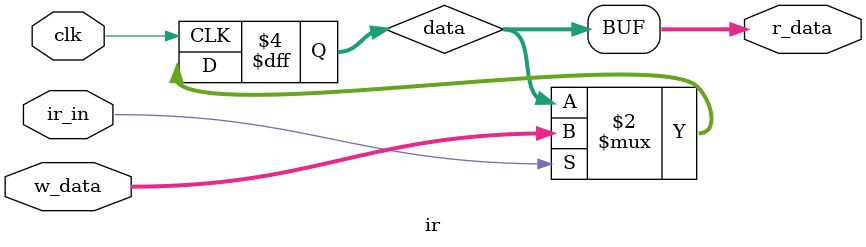
<source format=v>
module ir (
    input clk,
    input ir_in,
    input [31:0] w_data,
    output [31:0] r_data
    
);

reg [31:0] data; // note that ir is a register substantialy

// maybe it is not a good idea to set clock edge here, for the write operation should wait for the lower imem read
always @(negedge clk) 
begin
    if(ir_in)
        data<=w_data;    
end


assign r_data=data;

endmodule //ir
</source>
